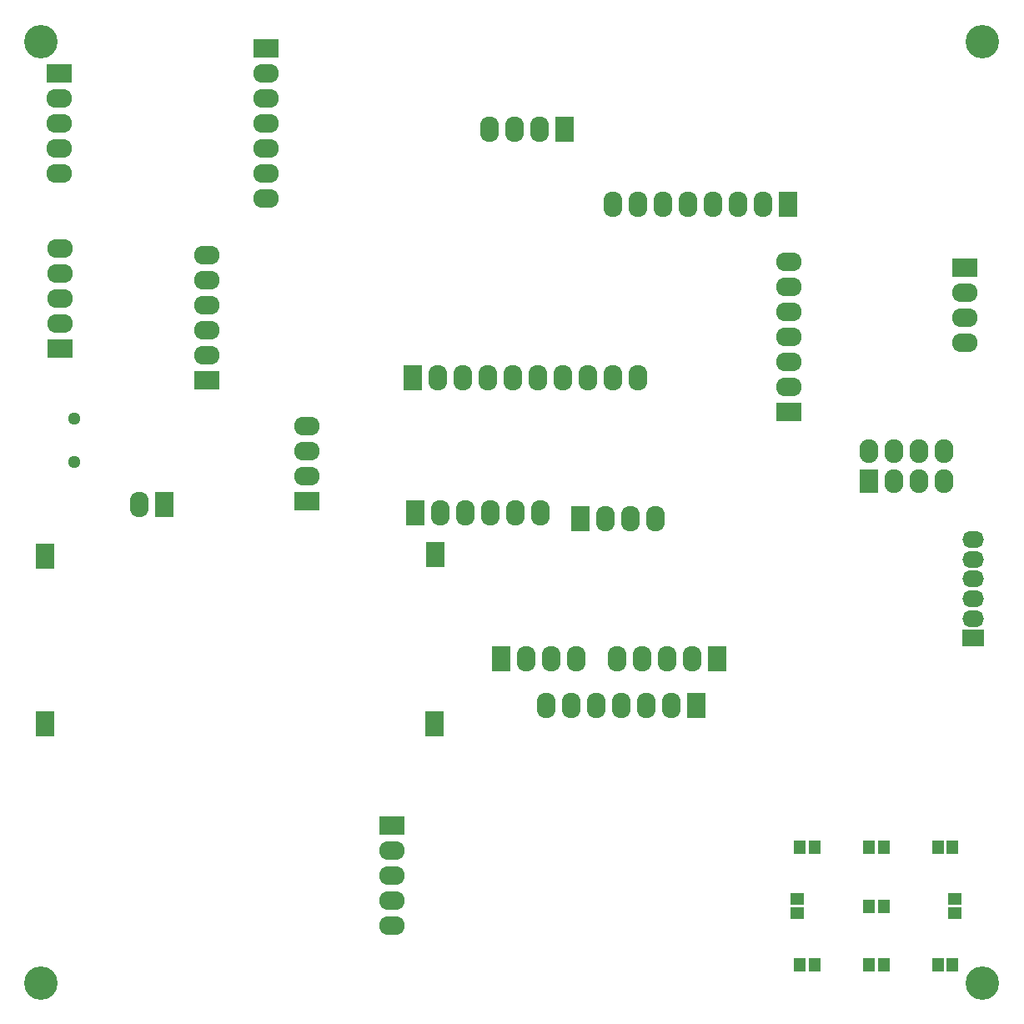
<source format=gbs>
G04 #@! TF.FileFunction,Soldermask,Bot*
%FSLAX46Y46*%
G04 Gerber Fmt 4.6, Leading zero omitted, Abs format (unit mm)*
G04 Created by KiCad (PCBNEW 4.0.7-e2-6376~58~ubuntu14.04.1) date Sun Nov  5 14:12:04 2017*
%MOMM*%
%LPD*%
G01*
G04 APERTURE LIST*
%ADD10C,0.100000*%
%ADD11R,1.924000X2.599640*%
%ADD12O,1.924000X2.599640*%
%ADD13R,2.599640X1.924000*%
%ADD14O,2.599640X1.924000*%
%ADD15R,1.924000X2.398980*%
%ADD16O,1.924000X2.398980*%
%ADD17R,2.200000X1.700000*%
%ADD18O,2.200000X1.700000*%
%ADD19C,1.299160*%
%ADD20R,1.299160X1.400760*%
%ADD21R,1.400760X1.299160*%
%ADD22C,3.400000*%
G04 APERTURE END LIST*
D10*
D11*
X153889468Y-114889744D03*
D12*
X156429468Y-114889744D03*
X158969468Y-114889744D03*
X161509468Y-114889744D03*
D13*
X109000000Y-55420000D03*
D14*
X109000000Y-57960000D03*
X109000000Y-60500000D03*
X109000000Y-63040000D03*
X109000000Y-65580000D03*
D11*
X173720000Y-119600000D03*
D12*
X171180000Y-119600000D03*
X168640000Y-119600000D03*
X166100000Y-119600000D03*
X163560000Y-119600000D03*
X161020000Y-119600000D03*
X158480000Y-119600000D03*
D11*
X144970000Y-86400000D03*
D12*
X147510000Y-86400000D03*
X150050000Y-86400000D03*
X152590000Y-86400000D03*
X155130000Y-86400000D03*
X157670000Y-86400000D03*
X160210000Y-86400000D03*
X162750000Y-86400000D03*
X165290000Y-86400000D03*
X167830000Y-86400000D03*
D11*
X161940000Y-100650000D03*
D12*
X164480000Y-100650000D03*
X167020000Y-100650000D03*
X169560000Y-100650000D03*
D11*
X175830000Y-114850000D03*
D12*
X173290000Y-114850000D03*
X170750000Y-114850000D03*
X168210000Y-114850000D03*
X165670000Y-114850000D03*
D13*
X142800000Y-131820000D03*
D14*
X142800000Y-134360000D03*
X142800000Y-136900000D03*
X142800000Y-139440000D03*
X142800000Y-141980000D03*
D13*
X134150000Y-98860000D03*
D14*
X134150000Y-96320000D03*
X134150000Y-93780000D03*
X134150000Y-91240000D03*
D13*
X130000000Y-52880000D03*
D14*
X130000000Y-55420000D03*
X130000000Y-57960000D03*
X130000000Y-60500000D03*
X130000000Y-63040000D03*
X130000000Y-65580000D03*
X130000000Y-68120000D03*
D11*
X160360000Y-61150000D03*
D12*
X157820000Y-61150000D03*
X155280000Y-61150000D03*
X152740000Y-61150000D03*
D13*
X124000000Y-86650000D03*
D14*
X124000000Y-84110000D03*
X124000000Y-81570000D03*
X124000000Y-79030000D03*
X124000000Y-76490000D03*
X124000000Y-73950000D03*
D13*
X109100000Y-83380000D03*
D14*
X109100000Y-80840000D03*
X109100000Y-78300000D03*
X109100000Y-75760000D03*
X109100000Y-73220000D03*
D11*
X183040000Y-68750000D03*
D12*
X180500000Y-68750000D03*
X177960000Y-68750000D03*
X175420000Y-68750000D03*
X172880000Y-68750000D03*
X170340000Y-68750000D03*
X167800000Y-68750000D03*
X165260000Y-68750000D03*
D13*
X201000000Y-75220000D03*
D14*
X201000000Y-77760000D03*
X201000000Y-80300000D03*
X201000000Y-82840000D03*
D15*
X191250000Y-96838920D03*
D16*
X191250000Y-93801080D03*
X193790000Y-96838920D03*
X193790000Y-93801080D03*
X196330000Y-96838920D03*
X196330000Y-93801080D03*
X198870000Y-96838920D03*
X198870000Y-93801080D03*
D11*
X145150000Y-100100000D03*
D12*
X147690000Y-100100000D03*
X150230000Y-100100000D03*
X152770000Y-100100000D03*
X155310000Y-100100000D03*
X157850000Y-100100000D03*
D17*
X201800000Y-112800000D03*
D18*
X201800000Y-110800000D03*
X201800000Y-108800000D03*
X201800000Y-106800000D03*
X201800000Y-104800000D03*
X201800000Y-102800000D03*
D19*
X110571600Y-90502900D03*
X110571600Y-94899640D03*
D20*
X191248160Y-140000000D03*
X192751840Y-140000000D03*
D21*
X184000000Y-140751840D03*
X184000000Y-139248160D03*
X200000000Y-140751840D03*
X200000000Y-139248160D03*
D20*
X191248160Y-134000000D03*
X192751840Y-134000000D03*
X191248160Y-146000000D03*
X192751840Y-146000000D03*
X185751840Y-134000000D03*
X184248160Y-134000000D03*
X199751840Y-134000000D03*
X198248160Y-134000000D03*
X199751840Y-146000000D03*
X198248160Y-146000000D03*
X185751840Y-146000000D03*
X184248160Y-146000000D03*
D22*
X107200000Y-147800000D03*
X107200000Y-52200000D03*
X202800000Y-52200000D03*
X202800000Y-147800000D03*
D11*
X119670000Y-99200000D03*
D12*
X117130000Y-99200000D03*
D11*
X107600000Y-104500000D03*
X147200000Y-104300000D03*
X107600000Y-121500000D03*
X147100000Y-121500000D03*
D13*
X183110000Y-89840000D03*
D14*
X183110000Y-87300000D03*
X183110000Y-84760000D03*
X183110000Y-82220000D03*
X183110000Y-79680000D03*
X183110000Y-77140000D03*
X183110000Y-74600000D03*
M02*

</source>
